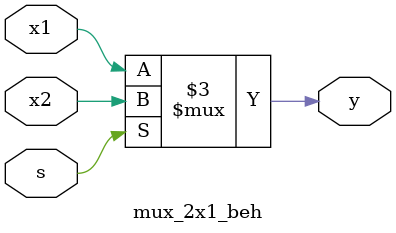
<source format=v>
module mux_2x1_beh(
input x1 ,x2 ,s,
output reg y
);

always @(x1,x2,s)
begin 
    if (s)
    begin
        y = x2;
    end  
    else
    begin
        y = x1;
    end
end

endmodule

</source>
